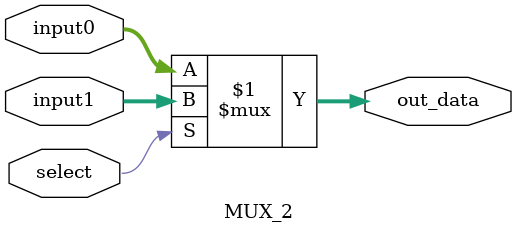
<source format=sv>
/*
    实现多路选择器（二路）
*/

module MUX_2#(parameter DATA_WIDTH = 32) (
    input wire [DATA_WIDTH-1:0] input0, // 输入数据1
    input wire [DATA_WIDTH-1:0] input1, // 输入数据2
    input wire select, // 选择信号
    output wire [DATA_WIDTH-1:0] out_data// 输出数据
);
    // 根据选择信号选择输入数据
    assign out_data = select ? input1 : input0;

endmodule
</source>
